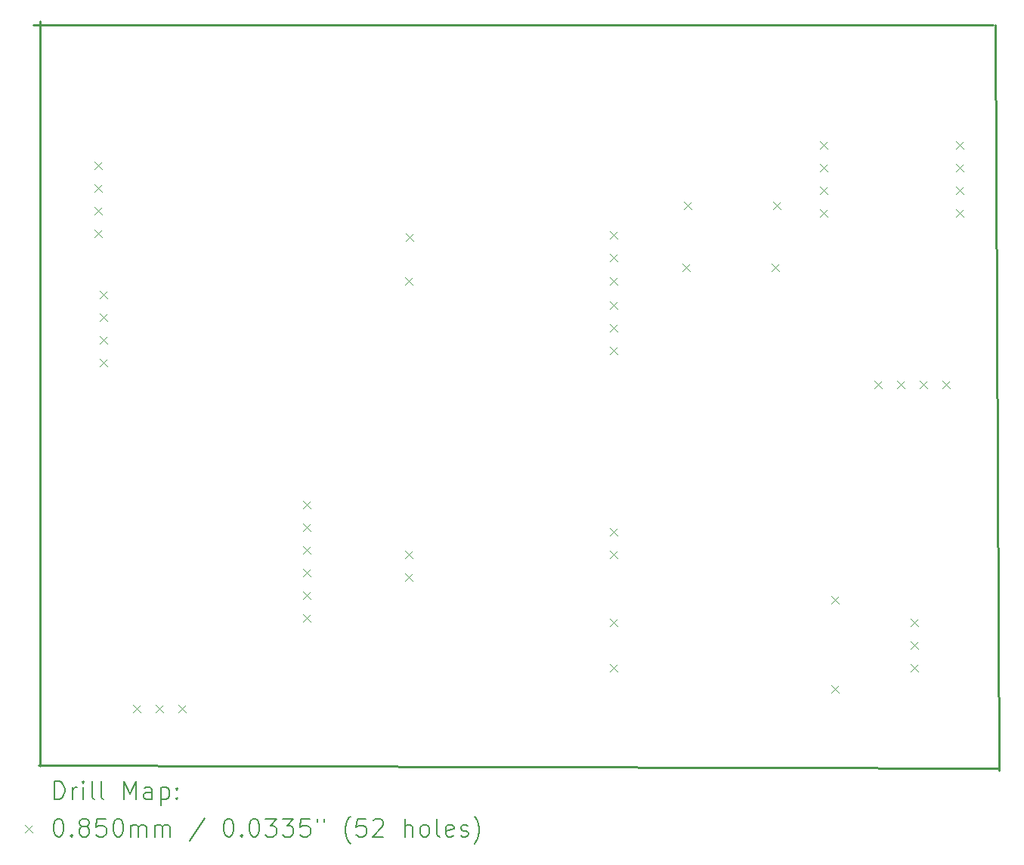
<source format=gbr>
%TF.GenerationSoftware,KiCad,Pcbnew,7.0.2*%
%TF.CreationDate,2023-05-22T17:18:00+05:00*%
%TF.ProjectId,PCB_MedPro (1),5043425f-4d65-4645-9072-6f202831292e,rev?*%
%TF.SameCoordinates,Original*%
%TF.FileFunction,Drillmap*%
%TF.FilePolarity,Positive*%
%FSLAX45Y45*%
G04 Gerber Fmt 4.5, Leading zero omitted, Abs format (unit mm)*
G04 Created by KiCad (PCBNEW 7.0.2) date 2023-05-22 17:18:00*
%MOMM*%
%LPD*%
G01*
G04 APERTURE LIST*
%ADD10C,0.254000*%
%ADD11C,0.200000*%
%ADD12C,0.085000*%
G04 APERTURE END LIST*
D10*
X10820400Y-14617700D02*
X70500Y-14579600D01*
X12700Y-6286500D02*
X10762700Y-6286500D01*
X88900Y-14592300D02*
X88900Y-6242300D01*
X10788700Y-6286500D02*
X10826700Y-14636400D01*
D11*
D12*
X694100Y-7818800D02*
X779100Y-7903800D01*
X779100Y-7818800D02*
X694100Y-7903800D01*
X694100Y-8072800D02*
X779100Y-8157800D01*
X779100Y-8072800D02*
X694100Y-8157800D01*
X694100Y-8326800D02*
X779100Y-8411800D01*
X779100Y-8326800D02*
X694100Y-8411800D01*
X694100Y-8580800D02*
X779100Y-8665800D01*
X779100Y-8580800D02*
X694100Y-8665800D01*
X757600Y-9266600D02*
X842600Y-9351600D01*
X842600Y-9266600D02*
X757600Y-9351600D01*
X757600Y-9520600D02*
X842600Y-9605600D01*
X842600Y-9520600D02*
X757600Y-9605600D01*
X757600Y-9774600D02*
X842600Y-9859600D01*
X842600Y-9774600D02*
X757600Y-9859600D01*
X757600Y-10028600D02*
X842600Y-10113600D01*
X842600Y-10028600D02*
X757600Y-10113600D01*
X1125900Y-13902100D02*
X1210900Y-13987100D01*
X1210900Y-13902100D02*
X1125900Y-13987100D01*
X1379900Y-13902100D02*
X1464900Y-13987100D01*
X1464900Y-13902100D02*
X1379900Y-13987100D01*
X1633900Y-13902100D02*
X1718900Y-13987100D01*
X1718900Y-13902100D02*
X1633900Y-13987100D01*
X3030900Y-11616100D02*
X3115900Y-11701100D01*
X3115900Y-11616100D02*
X3030900Y-11701100D01*
X3030900Y-11870100D02*
X3115900Y-11955100D01*
X3115900Y-11870100D02*
X3030900Y-11955100D01*
X3030900Y-12124100D02*
X3115900Y-12209100D01*
X3115900Y-12124100D02*
X3030900Y-12209100D01*
X3030900Y-12378100D02*
X3115900Y-12463100D01*
X3115900Y-12378100D02*
X3030900Y-12463100D01*
X3030900Y-12632100D02*
X3115900Y-12717100D01*
X3115900Y-12632100D02*
X3030900Y-12717100D01*
X3030900Y-12886100D02*
X3115900Y-12971100D01*
X3115900Y-12886100D02*
X3030900Y-12971100D01*
X4173900Y-9114200D02*
X4258900Y-9199200D01*
X4258900Y-9114200D02*
X4173900Y-9199200D01*
X4173900Y-12174900D02*
X4258900Y-12259900D01*
X4258900Y-12174900D02*
X4173900Y-12259900D01*
X4173900Y-12428900D02*
X4258900Y-12513900D01*
X4258900Y-12428900D02*
X4173900Y-12513900D01*
X4186600Y-8618900D02*
X4271600Y-8703900D01*
X4271600Y-8618900D02*
X4186600Y-8703900D01*
X6472600Y-8847500D02*
X6557600Y-8932500D01*
X6557600Y-8847500D02*
X6472600Y-8932500D01*
X6472600Y-9114200D02*
X6557600Y-9199200D01*
X6557600Y-9114200D02*
X6472600Y-9199200D01*
X6472600Y-9380900D02*
X6557600Y-9465900D01*
X6557600Y-9380900D02*
X6472600Y-9465900D01*
X6472600Y-9634900D02*
X6557600Y-9719900D01*
X6557600Y-9634900D02*
X6472600Y-9719900D01*
X6472600Y-9888900D02*
X6557600Y-9973900D01*
X6557600Y-9888900D02*
X6472600Y-9973900D01*
X6472600Y-11920900D02*
X6557600Y-12005900D01*
X6557600Y-11920900D02*
X6472600Y-12005900D01*
X6472600Y-12174900D02*
X6557600Y-12259900D01*
X6557600Y-12174900D02*
X6472600Y-12259900D01*
X6472600Y-12936900D02*
X6557600Y-13021900D01*
X6557600Y-12936900D02*
X6472600Y-13021900D01*
X6472600Y-13444900D02*
X6557600Y-13529900D01*
X6557600Y-13444900D02*
X6472600Y-13529900D01*
X6472900Y-8593500D02*
X6557900Y-8678500D01*
X6557900Y-8593500D02*
X6472900Y-8678500D01*
X7285400Y-8961800D02*
X7370400Y-9046800D01*
X7370400Y-8961800D02*
X7285400Y-9046800D01*
X7298100Y-8263300D02*
X7383100Y-8348300D01*
X7383100Y-8263300D02*
X7298100Y-8348300D01*
X8285400Y-8961800D02*
X8370400Y-9046800D01*
X8370400Y-8961800D02*
X8285400Y-9046800D01*
X8298100Y-8263300D02*
X8383100Y-8348300D01*
X8383100Y-8263300D02*
X8298100Y-8348300D01*
X8822100Y-7590200D02*
X8907100Y-7675200D01*
X8907100Y-7590200D02*
X8822100Y-7675200D01*
X8822100Y-7844200D02*
X8907100Y-7929200D01*
X8907100Y-7844200D02*
X8822100Y-7929200D01*
X8822100Y-8098200D02*
X8907100Y-8183200D01*
X8907100Y-8098200D02*
X8822100Y-8183200D01*
X8822100Y-8352200D02*
X8907100Y-8437200D01*
X8907100Y-8352200D02*
X8822100Y-8437200D01*
X8949100Y-12686200D02*
X9034100Y-12771200D01*
X9034100Y-12686200D02*
X8949100Y-12771200D01*
X8949100Y-13686200D02*
X9034100Y-13771200D01*
X9034100Y-13686200D02*
X8949100Y-13771200D01*
X9431700Y-10269900D02*
X9516700Y-10354900D01*
X9516700Y-10269900D02*
X9431700Y-10354900D01*
X9685700Y-10269900D02*
X9770700Y-10354900D01*
X9770700Y-10269900D02*
X9685700Y-10354900D01*
X9838100Y-12936900D02*
X9923100Y-13021900D01*
X9923100Y-12936900D02*
X9838100Y-13021900D01*
X9838100Y-13190900D02*
X9923100Y-13275900D01*
X9923100Y-13190900D02*
X9838100Y-13275900D01*
X9838100Y-13444900D02*
X9923100Y-13529900D01*
X9923100Y-13444900D02*
X9838100Y-13529900D01*
X9939700Y-10269900D02*
X10024700Y-10354900D01*
X10024700Y-10269900D02*
X9939700Y-10354900D01*
X10193700Y-10269900D02*
X10278700Y-10354900D01*
X10278700Y-10269900D02*
X10193700Y-10354900D01*
X10346100Y-7590200D02*
X10431100Y-7675200D01*
X10431100Y-7590200D02*
X10346100Y-7675200D01*
X10346100Y-7844200D02*
X10431100Y-7929200D01*
X10431100Y-7844200D02*
X10346100Y-7929200D01*
X10346100Y-8098200D02*
X10431100Y-8183200D01*
X10431100Y-8098200D02*
X10346100Y-8183200D01*
X10346100Y-8352200D02*
X10431100Y-8437200D01*
X10431100Y-8352200D02*
X10346100Y-8437200D01*
D11*
X247619Y-14961624D02*
X247619Y-14761624D01*
X247619Y-14761624D02*
X295238Y-14761624D01*
X295238Y-14761624D02*
X323810Y-14771148D01*
X323810Y-14771148D02*
X342857Y-14790195D01*
X342857Y-14790195D02*
X352381Y-14809243D01*
X352381Y-14809243D02*
X361905Y-14847338D01*
X361905Y-14847338D02*
X361905Y-14875909D01*
X361905Y-14875909D02*
X352381Y-14914005D01*
X352381Y-14914005D02*
X342857Y-14933052D01*
X342857Y-14933052D02*
X323810Y-14952100D01*
X323810Y-14952100D02*
X295238Y-14961624D01*
X295238Y-14961624D02*
X247619Y-14961624D01*
X447619Y-14961624D02*
X447619Y-14828290D01*
X447619Y-14866386D02*
X457143Y-14847338D01*
X457143Y-14847338D02*
X466667Y-14837814D01*
X466667Y-14837814D02*
X485714Y-14828290D01*
X485714Y-14828290D02*
X504762Y-14828290D01*
X571429Y-14961624D02*
X571429Y-14828290D01*
X571429Y-14761624D02*
X561905Y-14771148D01*
X561905Y-14771148D02*
X571429Y-14780671D01*
X571429Y-14780671D02*
X580952Y-14771148D01*
X580952Y-14771148D02*
X571429Y-14761624D01*
X571429Y-14761624D02*
X571429Y-14780671D01*
X695238Y-14961624D02*
X676190Y-14952100D01*
X676190Y-14952100D02*
X666667Y-14933052D01*
X666667Y-14933052D02*
X666667Y-14761624D01*
X800000Y-14961624D02*
X780952Y-14952100D01*
X780952Y-14952100D02*
X771428Y-14933052D01*
X771428Y-14933052D02*
X771428Y-14761624D01*
X1028571Y-14961624D02*
X1028571Y-14761624D01*
X1028571Y-14761624D02*
X1095238Y-14904481D01*
X1095238Y-14904481D02*
X1161905Y-14761624D01*
X1161905Y-14761624D02*
X1161905Y-14961624D01*
X1342857Y-14961624D02*
X1342857Y-14856862D01*
X1342857Y-14856862D02*
X1333333Y-14837814D01*
X1333333Y-14837814D02*
X1314286Y-14828290D01*
X1314286Y-14828290D02*
X1276190Y-14828290D01*
X1276190Y-14828290D02*
X1257143Y-14837814D01*
X1342857Y-14952100D02*
X1323810Y-14961624D01*
X1323810Y-14961624D02*
X1276190Y-14961624D01*
X1276190Y-14961624D02*
X1257143Y-14952100D01*
X1257143Y-14952100D02*
X1247619Y-14933052D01*
X1247619Y-14933052D02*
X1247619Y-14914005D01*
X1247619Y-14914005D02*
X1257143Y-14894957D01*
X1257143Y-14894957D02*
X1276190Y-14885433D01*
X1276190Y-14885433D02*
X1323810Y-14885433D01*
X1323810Y-14885433D02*
X1342857Y-14875909D01*
X1438095Y-14828290D02*
X1438095Y-15028290D01*
X1438095Y-14837814D02*
X1457143Y-14828290D01*
X1457143Y-14828290D02*
X1495238Y-14828290D01*
X1495238Y-14828290D02*
X1514286Y-14837814D01*
X1514286Y-14837814D02*
X1523809Y-14847338D01*
X1523809Y-14847338D02*
X1533333Y-14866386D01*
X1533333Y-14866386D02*
X1533333Y-14923528D01*
X1533333Y-14923528D02*
X1523809Y-14942576D01*
X1523809Y-14942576D02*
X1514286Y-14952100D01*
X1514286Y-14952100D02*
X1495238Y-14961624D01*
X1495238Y-14961624D02*
X1457143Y-14961624D01*
X1457143Y-14961624D02*
X1438095Y-14952100D01*
X1619048Y-14942576D02*
X1628571Y-14952100D01*
X1628571Y-14952100D02*
X1619048Y-14961624D01*
X1619048Y-14961624D02*
X1609524Y-14952100D01*
X1609524Y-14952100D02*
X1619048Y-14942576D01*
X1619048Y-14942576D02*
X1619048Y-14961624D01*
X1619048Y-14837814D02*
X1628571Y-14847338D01*
X1628571Y-14847338D02*
X1619048Y-14856862D01*
X1619048Y-14856862D02*
X1609524Y-14847338D01*
X1609524Y-14847338D02*
X1619048Y-14837814D01*
X1619048Y-14837814D02*
X1619048Y-14856862D01*
D12*
X-85000Y-15246600D02*
X0Y-15331600D01*
X0Y-15246600D02*
X-85000Y-15331600D01*
D11*
X285714Y-15181624D02*
X304762Y-15181624D01*
X304762Y-15181624D02*
X323810Y-15191148D01*
X323810Y-15191148D02*
X333333Y-15200671D01*
X333333Y-15200671D02*
X342857Y-15219719D01*
X342857Y-15219719D02*
X352381Y-15257814D01*
X352381Y-15257814D02*
X352381Y-15305433D01*
X352381Y-15305433D02*
X342857Y-15343528D01*
X342857Y-15343528D02*
X333333Y-15362576D01*
X333333Y-15362576D02*
X323810Y-15372100D01*
X323810Y-15372100D02*
X304762Y-15381624D01*
X304762Y-15381624D02*
X285714Y-15381624D01*
X285714Y-15381624D02*
X266667Y-15372100D01*
X266667Y-15372100D02*
X257143Y-15362576D01*
X257143Y-15362576D02*
X247619Y-15343528D01*
X247619Y-15343528D02*
X238095Y-15305433D01*
X238095Y-15305433D02*
X238095Y-15257814D01*
X238095Y-15257814D02*
X247619Y-15219719D01*
X247619Y-15219719D02*
X257143Y-15200671D01*
X257143Y-15200671D02*
X266667Y-15191148D01*
X266667Y-15191148D02*
X285714Y-15181624D01*
X438095Y-15362576D02*
X447619Y-15372100D01*
X447619Y-15372100D02*
X438095Y-15381624D01*
X438095Y-15381624D02*
X428571Y-15372100D01*
X428571Y-15372100D02*
X438095Y-15362576D01*
X438095Y-15362576D02*
X438095Y-15381624D01*
X561905Y-15267338D02*
X542857Y-15257814D01*
X542857Y-15257814D02*
X533333Y-15248290D01*
X533333Y-15248290D02*
X523809Y-15229243D01*
X523809Y-15229243D02*
X523809Y-15219719D01*
X523809Y-15219719D02*
X533333Y-15200671D01*
X533333Y-15200671D02*
X542857Y-15191148D01*
X542857Y-15191148D02*
X561905Y-15181624D01*
X561905Y-15181624D02*
X600000Y-15181624D01*
X600000Y-15181624D02*
X619048Y-15191148D01*
X619048Y-15191148D02*
X628571Y-15200671D01*
X628571Y-15200671D02*
X638095Y-15219719D01*
X638095Y-15219719D02*
X638095Y-15229243D01*
X638095Y-15229243D02*
X628571Y-15248290D01*
X628571Y-15248290D02*
X619048Y-15257814D01*
X619048Y-15257814D02*
X600000Y-15267338D01*
X600000Y-15267338D02*
X561905Y-15267338D01*
X561905Y-15267338D02*
X542857Y-15276862D01*
X542857Y-15276862D02*
X533333Y-15286386D01*
X533333Y-15286386D02*
X523809Y-15305433D01*
X523809Y-15305433D02*
X523809Y-15343528D01*
X523809Y-15343528D02*
X533333Y-15362576D01*
X533333Y-15362576D02*
X542857Y-15372100D01*
X542857Y-15372100D02*
X561905Y-15381624D01*
X561905Y-15381624D02*
X600000Y-15381624D01*
X600000Y-15381624D02*
X619048Y-15372100D01*
X619048Y-15372100D02*
X628571Y-15362576D01*
X628571Y-15362576D02*
X638095Y-15343528D01*
X638095Y-15343528D02*
X638095Y-15305433D01*
X638095Y-15305433D02*
X628571Y-15286386D01*
X628571Y-15286386D02*
X619048Y-15276862D01*
X619048Y-15276862D02*
X600000Y-15267338D01*
X819048Y-15181624D02*
X723809Y-15181624D01*
X723809Y-15181624D02*
X714286Y-15276862D01*
X714286Y-15276862D02*
X723809Y-15267338D01*
X723809Y-15267338D02*
X742857Y-15257814D01*
X742857Y-15257814D02*
X790476Y-15257814D01*
X790476Y-15257814D02*
X809524Y-15267338D01*
X809524Y-15267338D02*
X819048Y-15276862D01*
X819048Y-15276862D02*
X828571Y-15295909D01*
X828571Y-15295909D02*
X828571Y-15343528D01*
X828571Y-15343528D02*
X819048Y-15362576D01*
X819048Y-15362576D02*
X809524Y-15372100D01*
X809524Y-15372100D02*
X790476Y-15381624D01*
X790476Y-15381624D02*
X742857Y-15381624D01*
X742857Y-15381624D02*
X723809Y-15372100D01*
X723809Y-15372100D02*
X714286Y-15362576D01*
X952381Y-15181624D02*
X971429Y-15181624D01*
X971429Y-15181624D02*
X990476Y-15191148D01*
X990476Y-15191148D02*
X1000000Y-15200671D01*
X1000000Y-15200671D02*
X1009524Y-15219719D01*
X1009524Y-15219719D02*
X1019048Y-15257814D01*
X1019048Y-15257814D02*
X1019048Y-15305433D01*
X1019048Y-15305433D02*
X1009524Y-15343528D01*
X1009524Y-15343528D02*
X1000000Y-15362576D01*
X1000000Y-15362576D02*
X990476Y-15372100D01*
X990476Y-15372100D02*
X971429Y-15381624D01*
X971429Y-15381624D02*
X952381Y-15381624D01*
X952381Y-15381624D02*
X933333Y-15372100D01*
X933333Y-15372100D02*
X923809Y-15362576D01*
X923809Y-15362576D02*
X914286Y-15343528D01*
X914286Y-15343528D02*
X904762Y-15305433D01*
X904762Y-15305433D02*
X904762Y-15257814D01*
X904762Y-15257814D02*
X914286Y-15219719D01*
X914286Y-15219719D02*
X923809Y-15200671D01*
X923809Y-15200671D02*
X933333Y-15191148D01*
X933333Y-15191148D02*
X952381Y-15181624D01*
X1104762Y-15381624D02*
X1104762Y-15248290D01*
X1104762Y-15267338D02*
X1114286Y-15257814D01*
X1114286Y-15257814D02*
X1133333Y-15248290D01*
X1133333Y-15248290D02*
X1161905Y-15248290D01*
X1161905Y-15248290D02*
X1180952Y-15257814D01*
X1180952Y-15257814D02*
X1190476Y-15276862D01*
X1190476Y-15276862D02*
X1190476Y-15381624D01*
X1190476Y-15276862D02*
X1200000Y-15257814D01*
X1200000Y-15257814D02*
X1219048Y-15248290D01*
X1219048Y-15248290D02*
X1247619Y-15248290D01*
X1247619Y-15248290D02*
X1266667Y-15257814D01*
X1266667Y-15257814D02*
X1276191Y-15276862D01*
X1276191Y-15276862D02*
X1276191Y-15381624D01*
X1371429Y-15381624D02*
X1371429Y-15248290D01*
X1371429Y-15267338D02*
X1380952Y-15257814D01*
X1380952Y-15257814D02*
X1400000Y-15248290D01*
X1400000Y-15248290D02*
X1428571Y-15248290D01*
X1428571Y-15248290D02*
X1447619Y-15257814D01*
X1447619Y-15257814D02*
X1457143Y-15276862D01*
X1457143Y-15276862D02*
X1457143Y-15381624D01*
X1457143Y-15276862D02*
X1466667Y-15257814D01*
X1466667Y-15257814D02*
X1485714Y-15248290D01*
X1485714Y-15248290D02*
X1514286Y-15248290D01*
X1514286Y-15248290D02*
X1533333Y-15257814D01*
X1533333Y-15257814D02*
X1542857Y-15276862D01*
X1542857Y-15276862D02*
X1542857Y-15381624D01*
X1933333Y-15172100D02*
X1761905Y-15429243D01*
X2190476Y-15181624D02*
X2209524Y-15181624D01*
X2209524Y-15181624D02*
X2228572Y-15191148D01*
X2228572Y-15191148D02*
X2238095Y-15200671D01*
X2238095Y-15200671D02*
X2247619Y-15219719D01*
X2247619Y-15219719D02*
X2257143Y-15257814D01*
X2257143Y-15257814D02*
X2257143Y-15305433D01*
X2257143Y-15305433D02*
X2247619Y-15343528D01*
X2247619Y-15343528D02*
X2238095Y-15362576D01*
X2238095Y-15362576D02*
X2228572Y-15372100D01*
X2228572Y-15372100D02*
X2209524Y-15381624D01*
X2209524Y-15381624D02*
X2190476Y-15381624D01*
X2190476Y-15381624D02*
X2171429Y-15372100D01*
X2171429Y-15372100D02*
X2161905Y-15362576D01*
X2161905Y-15362576D02*
X2152381Y-15343528D01*
X2152381Y-15343528D02*
X2142857Y-15305433D01*
X2142857Y-15305433D02*
X2142857Y-15257814D01*
X2142857Y-15257814D02*
X2152381Y-15219719D01*
X2152381Y-15219719D02*
X2161905Y-15200671D01*
X2161905Y-15200671D02*
X2171429Y-15191148D01*
X2171429Y-15191148D02*
X2190476Y-15181624D01*
X2342857Y-15362576D02*
X2352381Y-15372100D01*
X2352381Y-15372100D02*
X2342857Y-15381624D01*
X2342857Y-15381624D02*
X2333334Y-15372100D01*
X2333334Y-15372100D02*
X2342857Y-15362576D01*
X2342857Y-15362576D02*
X2342857Y-15381624D01*
X2476191Y-15181624D02*
X2495238Y-15181624D01*
X2495238Y-15181624D02*
X2514286Y-15191148D01*
X2514286Y-15191148D02*
X2523810Y-15200671D01*
X2523810Y-15200671D02*
X2533334Y-15219719D01*
X2533334Y-15219719D02*
X2542857Y-15257814D01*
X2542857Y-15257814D02*
X2542857Y-15305433D01*
X2542857Y-15305433D02*
X2533334Y-15343528D01*
X2533334Y-15343528D02*
X2523810Y-15362576D01*
X2523810Y-15362576D02*
X2514286Y-15372100D01*
X2514286Y-15372100D02*
X2495238Y-15381624D01*
X2495238Y-15381624D02*
X2476191Y-15381624D01*
X2476191Y-15381624D02*
X2457143Y-15372100D01*
X2457143Y-15372100D02*
X2447619Y-15362576D01*
X2447619Y-15362576D02*
X2438095Y-15343528D01*
X2438095Y-15343528D02*
X2428572Y-15305433D01*
X2428572Y-15305433D02*
X2428572Y-15257814D01*
X2428572Y-15257814D02*
X2438095Y-15219719D01*
X2438095Y-15219719D02*
X2447619Y-15200671D01*
X2447619Y-15200671D02*
X2457143Y-15191148D01*
X2457143Y-15191148D02*
X2476191Y-15181624D01*
X2609524Y-15181624D02*
X2733334Y-15181624D01*
X2733334Y-15181624D02*
X2666667Y-15257814D01*
X2666667Y-15257814D02*
X2695238Y-15257814D01*
X2695238Y-15257814D02*
X2714286Y-15267338D01*
X2714286Y-15267338D02*
X2723810Y-15276862D01*
X2723810Y-15276862D02*
X2733334Y-15295909D01*
X2733334Y-15295909D02*
X2733334Y-15343528D01*
X2733334Y-15343528D02*
X2723810Y-15362576D01*
X2723810Y-15362576D02*
X2714286Y-15372100D01*
X2714286Y-15372100D02*
X2695238Y-15381624D01*
X2695238Y-15381624D02*
X2638095Y-15381624D01*
X2638095Y-15381624D02*
X2619048Y-15372100D01*
X2619048Y-15372100D02*
X2609524Y-15362576D01*
X2800000Y-15181624D02*
X2923810Y-15181624D01*
X2923810Y-15181624D02*
X2857143Y-15257814D01*
X2857143Y-15257814D02*
X2885714Y-15257814D01*
X2885714Y-15257814D02*
X2904762Y-15267338D01*
X2904762Y-15267338D02*
X2914286Y-15276862D01*
X2914286Y-15276862D02*
X2923810Y-15295909D01*
X2923810Y-15295909D02*
X2923810Y-15343528D01*
X2923810Y-15343528D02*
X2914286Y-15362576D01*
X2914286Y-15362576D02*
X2904762Y-15372100D01*
X2904762Y-15372100D02*
X2885714Y-15381624D01*
X2885714Y-15381624D02*
X2828572Y-15381624D01*
X2828572Y-15381624D02*
X2809524Y-15372100D01*
X2809524Y-15372100D02*
X2800000Y-15362576D01*
X3104762Y-15181624D02*
X3009524Y-15181624D01*
X3009524Y-15181624D02*
X3000000Y-15276862D01*
X3000000Y-15276862D02*
X3009524Y-15267338D01*
X3009524Y-15267338D02*
X3028572Y-15257814D01*
X3028572Y-15257814D02*
X3076191Y-15257814D01*
X3076191Y-15257814D02*
X3095238Y-15267338D01*
X3095238Y-15267338D02*
X3104762Y-15276862D01*
X3104762Y-15276862D02*
X3114286Y-15295909D01*
X3114286Y-15295909D02*
X3114286Y-15343528D01*
X3114286Y-15343528D02*
X3104762Y-15362576D01*
X3104762Y-15362576D02*
X3095238Y-15372100D01*
X3095238Y-15372100D02*
X3076191Y-15381624D01*
X3076191Y-15381624D02*
X3028572Y-15381624D01*
X3028572Y-15381624D02*
X3009524Y-15372100D01*
X3009524Y-15372100D02*
X3000000Y-15362576D01*
X3190476Y-15181624D02*
X3190476Y-15219719D01*
X3266667Y-15181624D02*
X3266667Y-15219719D01*
X3561905Y-15457814D02*
X3552381Y-15448290D01*
X3552381Y-15448290D02*
X3533334Y-15419719D01*
X3533334Y-15419719D02*
X3523810Y-15400671D01*
X3523810Y-15400671D02*
X3514286Y-15372100D01*
X3514286Y-15372100D02*
X3504762Y-15324481D01*
X3504762Y-15324481D02*
X3504762Y-15286386D01*
X3504762Y-15286386D02*
X3514286Y-15238767D01*
X3514286Y-15238767D02*
X3523810Y-15210195D01*
X3523810Y-15210195D02*
X3533334Y-15191148D01*
X3533334Y-15191148D02*
X3552381Y-15162576D01*
X3552381Y-15162576D02*
X3561905Y-15153052D01*
X3733334Y-15181624D02*
X3638095Y-15181624D01*
X3638095Y-15181624D02*
X3628572Y-15276862D01*
X3628572Y-15276862D02*
X3638095Y-15267338D01*
X3638095Y-15267338D02*
X3657143Y-15257814D01*
X3657143Y-15257814D02*
X3704762Y-15257814D01*
X3704762Y-15257814D02*
X3723810Y-15267338D01*
X3723810Y-15267338D02*
X3733334Y-15276862D01*
X3733334Y-15276862D02*
X3742857Y-15295909D01*
X3742857Y-15295909D02*
X3742857Y-15343528D01*
X3742857Y-15343528D02*
X3733334Y-15362576D01*
X3733334Y-15362576D02*
X3723810Y-15372100D01*
X3723810Y-15372100D02*
X3704762Y-15381624D01*
X3704762Y-15381624D02*
X3657143Y-15381624D01*
X3657143Y-15381624D02*
X3638095Y-15372100D01*
X3638095Y-15372100D02*
X3628572Y-15362576D01*
X3819048Y-15200671D02*
X3828572Y-15191148D01*
X3828572Y-15191148D02*
X3847619Y-15181624D01*
X3847619Y-15181624D02*
X3895238Y-15181624D01*
X3895238Y-15181624D02*
X3914286Y-15191148D01*
X3914286Y-15191148D02*
X3923810Y-15200671D01*
X3923810Y-15200671D02*
X3933334Y-15219719D01*
X3933334Y-15219719D02*
X3933334Y-15238767D01*
X3933334Y-15238767D02*
X3923810Y-15267338D01*
X3923810Y-15267338D02*
X3809524Y-15381624D01*
X3809524Y-15381624D02*
X3933334Y-15381624D01*
X4171429Y-15381624D02*
X4171429Y-15181624D01*
X4257143Y-15381624D02*
X4257143Y-15276862D01*
X4257143Y-15276862D02*
X4247619Y-15257814D01*
X4247619Y-15257814D02*
X4228572Y-15248290D01*
X4228572Y-15248290D02*
X4200000Y-15248290D01*
X4200000Y-15248290D02*
X4180953Y-15257814D01*
X4180953Y-15257814D02*
X4171429Y-15267338D01*
X4380953Y-15381624D02*
X4361905Y-15372100D01*
X4361905Y-15372100D02*
X4352381Y-15362576D01*
X4352381Y-15362576D02*
X4342858Y-15343528D01*
X4342858Y-15343528D02*
X4342858Y-15286386D01*
X4342858Y-15286386D02*
X4352381Y-15267338D01*
X4352381Y-15267338D02*
X4361905Y-15257814D01*
X4361905Y-15257814D02*
X4380953Y-15248290D01*
X4380953Y-15248290D02*
X4409524Y-15248290D01*
X4409524Y-15248290D02*
X4428572Y-15257814D01*
X4428572Y-15257814D02*
X4438096Y-15267338D01*
X4438096Y-15267338D02*
X4447619Y-15286386D01*
X4447619Y-15286386D02*
X4447619Y-15343528D01*
X4447619Y-15343528D02*
X4438096Y-15362576D01*
X4438096Y-15362576D02*
X4428572Y-15372100D01*
X4428572Y-15372100D02*
X4409524Y-15381624D01*
X4409524Y-15381624D02*
X4380953Y-15381624D01*
X4561905Y-15381624D02*
X4542858Y-15372100D01*
X4542858Y-15372100D02*
X4533334Y-15353052D01*
X4533334Y-15353052D02*
X4533334Y-15181624D01*
X4714286Y-15372100D02*
X4695239Y-15381624D01*
X4695239Y-15381624D02*
X4657143Y-15381624D01*
X4657143Y-15381624D02*
X4638096Y-15372100D01*
X4638096Y-15372100D02*
X4628572Y-15353052D01*
X4628572Y-15353052D02*
X4628572Y-15276862D01*
X4628572Y-15276862D02*
X4638096Y-15257814D01*
X4638096Y-15257814D02*
X4657143Y-15248290D01*
X4657143Y-15248290D02*
X4695239Y-15248290D01*
X4695239Y-15248290D02*
X4714286Y-15257814D01*
X4714286Y-15257814D02*
X4723810Y-15276862D01*
X4723810Y-15276862D02*
X4723810Y-15295909D01*
X4723810Y-15295909D02*
X4628572Y-15314957D01*
X4800000Y-15372100D02*
X4819048Y-15381624D01*
X4819048Y-15381624D02*
X4857143Y-15381624D01*
X4857143Y-15381624D02*
X4876191Y-15372100D01*
X4876191Y-15372100D02*
X4885715Y-15353052D01*
X4885715Y-15353052D02*
X4885715Y-15343528D01*
X4885715Y-15343528D02*
X4876191Y-15324481D01*
X4876191Y-15324481D02*
X4857143Y-15314957D01*
X4857143Y-15314957D02*
X4828572Y-15314957D01*
X4828572Y-15314957D02*
X4809524Y-15305433D01*
X4809524Y-15305433D02*
X4800000Y-15286386D01*
X4800000Y-15286386D02*
X4800000Y-15276862D01*
X4800000Y-15276862D02*
X4809524Y-15257814D01*
X4809524Y-15257814D02*
X4828572Y-15248290D01*
X4828572Y-15248290D02*
X4857143Y-15248290D01*
X4857143Y-15248290D02*
X4876191Y-15257814D01*
X4952381Y-15457814D02*
X4961905Y-15448290D01*
X4961905Y-15448290D02*
X4980953Y-15419719D01*
X4980953Y-15419719D02*
X4990477Y-15400671D01*
X4990477Y-15400671D02*
X5000000Y-15372100D01*
X5000000Y-15372100D02*
X5009524Y-15324481D01*
X5009524Y-15324481D02*
X5009524Y-15286386D01*
X5009524Y-15286386D02*
X5000000Y-15238767D01*
X5000000Y-15238767D02*
X4990477Y-15210195D01*
X4990477Y-15210195D02*
X4980953Y-15191148D01*
X4980953Y-15191148D02*
X4961905Y-15162576D01*
X4961905Y-15162576D02*
X4952381Y-15153052D01*
M02*

</source>
